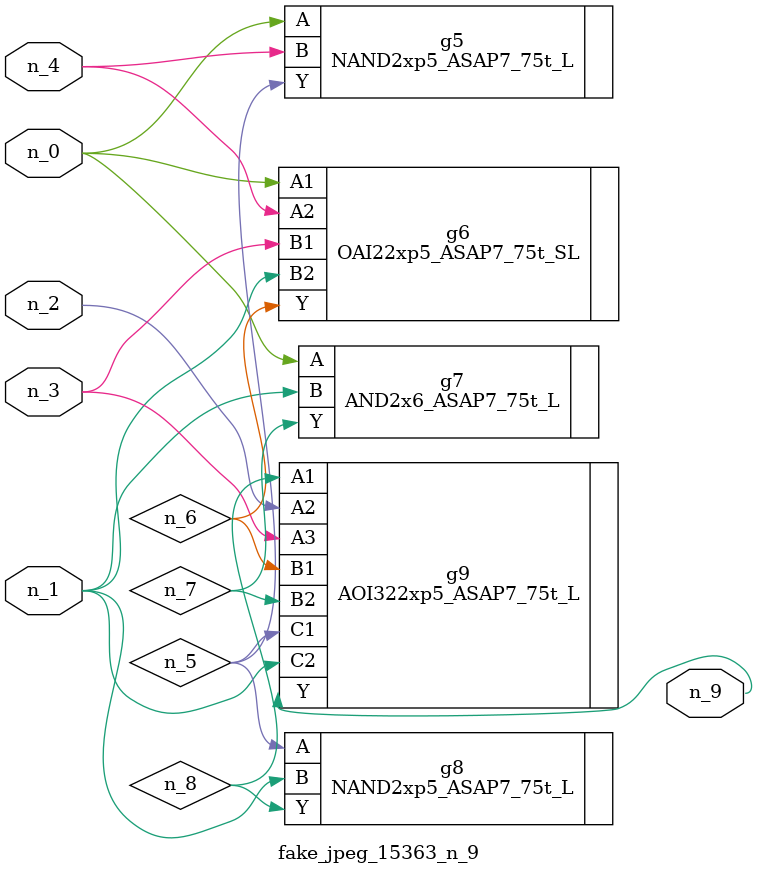
<source format=v>
module fake_jpeg_15363_n_9 (n_3, n_2, n_1, n_0, n_4, n_9);

input n_3;
input n_2;
input n_1;
input n_0;
input n_4;

output n_9;

wire n_8;
wire n_6;
wire n_5;
wire n_7;

NAND2xp5_ASAP7_75t_L g5 ( 
.A(n_0),
.B(n_4),
.Y(n_5)
);

OAI22xp5_ASAP7_75t_SL g6 ( 
.A1(n_0),
.A2(n_4),
.B1(n_3),
.B2(n_1),
.Y(n_6)
);

AND2x6_ASAP7_75t_L g7 ( 
.A(n_0),
.B(n_1),
.Y(n_7)
);

NAND2xp5_ASAP7_75t_L g8 ( 
.A(n_5),
.B(n_1),
.Y(n_8)
);

AOI322xp5_ASAP7_75t_L g9 ( 
.A1(n_8),
.A2(n_2),
.A3(n_3),
.B1(n_6),
.B2(n_7),
.C1(n_5),
.C2(n_1),
.Y(n_9)
);


endmodule
</source>
